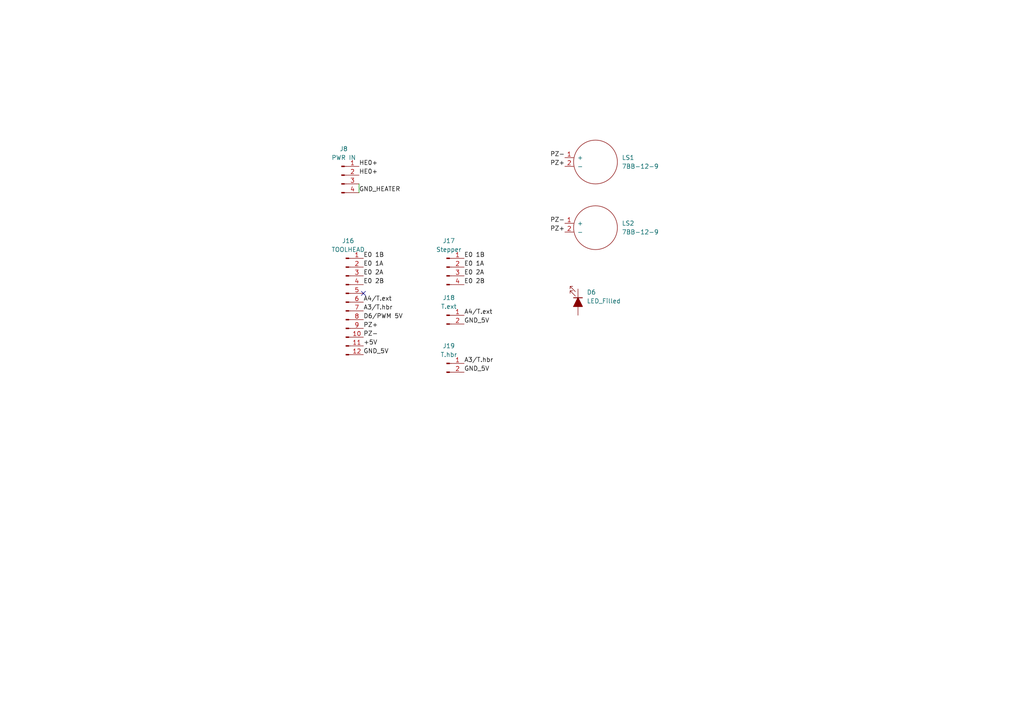
<source format=kicad_sch>
(kicad_sch (version 20211123) (generator eeschema)
  (paper "A4")
  (lib_symbols
    (symbol "Connector:Conn_01x02_Male" (pin_names (offset 1.016) hide)
      (property "Reference" "J" (at 0 2.54 0))
      (property "Value" "Conn_01x02_Male" (at 0 -5.08 0))
      (symbol "Conn_01x02_Male_1_1"
        (polyline (pts (xy 1.27 -2.54) (xy 0.8636 -2.54)) (stroke (width 0.1524)))
        (polyline (pts (xy 1.27 0) (xy 0.8636 0)) (stroke (width 0.1524)))
        (rectangle (start 0.8636 -2.413) (end 0 -2.667) (stroke (width 0.1524)) (fill (type outline)))
        (rectangle (start 0.8636 0.127) (end 0 -0.127) (stroke (width 0.1524)) (fill (type outline)))
        (pin passive line (at 5.08 0 180) (length 3.81) (name "Pin_1") (number "1"))
        (pin passive line (at 5.08 -2.54 180) (length 3.81) (name "Pin_2") (number "2"))
      )
    )
    (symbol "Connector:Conn_01x04_Male" (pin_names (offset 1.016) hide)
      (property "Reference" "J" (at 0 5.08 0))
      (property "Value" "Conn_01x04_Male" (at 0 -7.62 0))
      (symbol "Conn_01x04_Male_1_1"
        (polyline (pts (xy 1.27 -5.08) (xy 0.8636 -5.08)) (stroke (width 0.1524)))
        (polyline (pts (xy 1.27 -2.54) (xy 0.8636 -2.54)) (stroke (width 0.1524)))
        (polyline (pts (xy 1.27 0) (xy 0.8636 0)) (stroke (width 0.1524)))
        (polyline (pts (xy 1.27 2.54) (xy 0.8636 2.54)) (stroke (width 0.1524)))
        (rectangle (start 0.8636 -4.953) (end 0 -5.207) (stroke (width 0.1524)) (fill (type outline)))
        (rectangle (start 0.8636 -2.413) (end 0 -2.667) (stroke (width 0.1524)) (fill (type outline)))
        (rectangle (start 0.8636 0.127) (end 0 -0.127) (stroke (width 0.1524)) (fill (type outline)))
        (rectangle (start 0.8636 2.667) (end 0 2.413) (stroke (width 0.1524)) (fill (type outline)))
        (pin passive line (at 5.08 2.54 180) (length 3.81) (name "Pin_1") (number "1"))
        (pin passive line (at 5.08 0 180) (length 3.81) (name "Pin_2") (number "2"))
        (pin passive line (at 5.08 -2.54 180) (length 3.81) (name "Pin_3") (number "3"))
        (pin passive line (at 5.08 -5.08 180) (length 3.81) (name "Pin_4") (number "4"))
      )
    )
    (symbol "Connector:Conn_01x12_Male" (pin_names (offset 1.016) hide)
      (property "Reference" "J" (at 0 15.24 0))
      (property "Value" "Conn_01x12_Male" (at 0 -17.78 0))
      (symbol "Conn_01x12_Male_1_1"
        (polyline (pts (xy 1.27 -15.24) (xy 0.8636 -15.24)) (stroke (width 0.1524)))
        (polyline (pts (xy 1.27 -12.7) (xy 0.8636 -12.7)) (stroke (width 0.1524)))
        (polyline (pts (xy 1.27 -10.16) (xy 0.8636 -10.16)) (stroke (width 0.1524)))
        (polyline (pts (xy 1.27 -7.62) (xy 0.8636 -7.62)) (stroke (width 0.1524)))
        (polyline (pts (xy 1.27 -5.08) (xy 0.8636 -5.08)) (stroke (width 0.1524)))
        (polyline (pts (xy 1.27 -2.54) (xy 0.8636 -2.54)) (stroke (width 0.1524)))
        (polyline (pts (xy 1.27 0) (xy 0.8636 0)) (stroke (width 0.1524)))
        (polyline (pts (xy 1.27 2.54) (xy 0.8636 2.54)) (stroke (width 0.1524)))
        (polyline (pts (xy 1.27 5.08) (xy 0.8636 5.08)) (stroke (width 0.1524)))
        (polyline (pts (xy 1.27 7.62) (xy 0.8636 7.62)) (stroke (width 0.1524)))
        (polyline (pts (xy 1.27 10.16) (xy 0.8636 10.16)) (stroke (width 0.1524)))
        (polyline (pts (xy 1.27 12.7) (xy 0.8636 12.7)) (stroke (width 0.1524)))
        (rectangle (start 0.8636 -15.113) (end 0 -15.367) (stroke (width 0.1524)) (fill (type outline)))
        (rectangle (start 0.8636 -12.573) (end 0 -12.827) (stroke (width 0.1524)) (fill (type outline)))
        (rectangle (start 0.8636 -10.033) (end 0 -10.287) (stroke (width 0.1524)) (fill (type outline)))
        (rectangle (start 0.8636 -7.493) (end 0 -7.747) (stroke (width 0.1524)) (fill (type outline)))
        (rectangle (start 0.8636 -4.953) (end 0 -5.207) (stroke (width 0.1524)) (fill (type outline)))
        (rectangle (start 0.8636 -2.413) (end 0 -2.667) (stroke (width 0.1524)) (fill (type outline)))
        (rectangle (start 0.8636 0.127) (end 0 -0.127) (stroke (width 0.1524)) (fill (type outline)))
        (rectangle (start 0.8636 2.667) (end 0 2.413) (stroke (width 0.1524)) (fill (type outline)))
        (rectangle (start 0.8636 5.207) (end 0 4.953) (stroke (width 0.1524)) (fill (type outline)))
        (rectangle (start 0.8636 7.747) (end 0 7.493) (stroke (width 0.1524)) (fill (type outline)))
        (rectangle (start 0.8636 10.287) (end 0 10.033) (stroke (width 0.1524)) (fill (type outline)))
        (rectangle (start 0.8636 12.827) (end 0 12.573) (stroke (width 0.1524)) (fill (type outline)))
        (pin passive line (at 5.08 12.7 180) (length 3.81) (name "Pin_1") (number "1"))
        (pin passive line (at 5.08 -10.16 180) (length 3.81) (name "Pin_10") (number "10"))
        (pin passive line (at 5.08 -12.7 180) (length 3.81) (name "Pin_11") (number "11"))
        (pin passive line (at 5.08 -15.24 180) (length 3.81) (name "Pin_12") (number "12"))
        (pin passive line (at 5.08 10.16 180) (length 3.81) (name "Pin_2") (number "2"))
        (pin passive line (at 5.08 7.62 180) (length 3.81) (name "Pin_3") (number "3"))
        (pin passive line (at 5.08 5.08 180) (length 3.81) (name "Pin_4") (number "4"))
        (pin passive line (at 5.08 2.54 180) (length 3.81) (name "Pin_5") (number "5"))
        (pin passive line (at 5.08 0 180) (length 3.81) (name "Pin_6") (number "6"))
        (pin passive line (at 5.08 -2.54 180) (length 3.81) (name "Pin_7") (number "7"))
        (pin passive line (at 5.08 -5.08 180) (length 3.81) (name "Pin_8") (number "8"))
        (pin passive line (at 5.08 -7.62 180) (length 3.81) (name "Pin_9") (number "9"))
      )
    )
    (symbol "Device:LED_Filled" (pin_numbers hide) (pin_names (offset 1.016) hide)
      (property "Reference" "D" (at 0 2.54 0))
      (property "Value" "LED_Filled" (at 0 -2.54 0))
      (symbol "LED_Filled_0_1"
        (polyline (pts (xy -1.27 -1.27) (xy -1.27 1.27)) (stroke (width 0.254)))
        (polyline (pts (xy -1.27 0) (xy 1.27 0)))
        (polyline (pts (xy 1.27 -1.27) (xy 1.27 1.27) (xy -1.27 0) (xy 1.27 -1.27)) (stroke (width 0.254)) (fill (type outline)))
        (polyline (pts (xy -3.048 -0.762) (xy -4.572 -2.286) (xy -3.81 -2.286) (xy -4.572 -2.286) (xy -4.572 -1.524)))
        (polyline (pts (xy -1.778 -0.762) (xy -3.302 -2.286) (xy -2.54 -2.286) (xy -3.302 -2.286) (xy -3.302 -1.524)))
      )
      (symbol "LED_Filled_1_1"
        (pin passive line (at -3.81 0 0) (length 2.54) (name "K") (number "1"))
        (pin passive line (at 3.81 0 180) (length 2.54) (name "A") (number "2"))
      )
    )
    (symbol "Speak_Murata_7BB-12-9:7BB-12-9" (pin_names (offset 1.016))
      (property "Reference" "LS" (at 0 15.24 0))
      (property "Value" "7BB-12-9" (at 0 17.78 0))
      (symbol "7BB-12-9_0_0"
        (pin passive line (at -8.89 1.27 0) (length 2.54) (name "+") (number "1"))
        (pin passive line (at -8.89 -1.27 0) (length 2.54) (name "-") (number "2"))
      )
      (symbol "7BB-12-9_1_1"
        (circle (center 0 0) (radius 6.35))
      )
    )
  )
  (no_connect (at 105.41 85.09))
  (wire (pts (xy 104.14 53.34) (xy 104.14 55.88)))
  (label "E0 1A" (at 134.62 77.47 0))
  (label "HE0+" (at 104.14 48.26 0))
  (label "HE0+" (at 104.14 50.8 0))
  (label "E0 1B" (at 105.41 74.93 0))
  (label "A3{slash}T.hbr" (at 134.62 105.41 0))
  (label "GND_5V" (at 134.62 93.98 0))
  (label "E0 1B" (at 134.62 74.93 0))
  (label "E0 2A" (at 134.62 80.01 0))
  (label "PZ-" (at 163.83 64.77 180))
  (label "GND_HEATER" (at 104.14 55.88 0))
  (label "E0 2B" (at 105.41 82.55 0))
  (label "E0 2A" (at 105.41 80.01 0))
  (label "D6{slash}PWM 5V" (at 105.41 92.71 0))
  (label "A4{slash}T.ext" (at 134.62 91.44 0))
  (label "+5V" (at 105.41 100.33 0))
  (label "PZ+" (at 163.83 67.31 180))
  (label "PZ-" (at 105.41 97.79 0))
  (label "E0 2B" (at 134.62 82.55 0))
  (label "E0 1A" (at 105.41 77.47 0))
  (label "PZ-" (at 163.83 45.72 180))
  (label "GND_5V" (at 134.62 107.95 0))
  (label "PZ+" (at 105.41 95.25 0))
  (label "GND_5V" (at 105.41 102.87 0))
  (label "A3{slash}T.hbr" (at 105.41 90.17 0))
  (label "PZ+" (at 163.83 48.26 180))
  (label "A4{slash}T.ext" (at 105.41 87.63 0))
  (symbol (lib_id "Connector:Conn_01x02_Male") (at 129.54 91.44 0) (unit 1)
    (property "Reference" "J18" (at 130.175 86.36 0))
    (property "Value" "T.ext" (at 130.175 88.9 0))
  )
  (symbol (lib_id "Connector:Conn_01x02_Male") (at 129.54 105.41 0) (unit 1)
    (property "Reference" "J19" (at 130.175 100.33 0))
    (property "Value" "T.hbr" (at 130.175 102.87 0))
  )
  (symbol (lib_id "Connector:Conn_01x04_Male") (at 129.54 77.47 0) (unit 1)
    (property "Reference" "J17" (at 130.175 69.85 0))
    (property "Value" "Stepper" (at 130.175 72.39 0))
  )
  (symbol (lib_id "Speak_Murata_7BB-12-9:7BB-12-9") (at 172.72 46.99 0) (unit 1)
    (property "Reference" "LS1" (at 180.34 45.7199 0) (effects (justify left)))
    (property "Value" "7BB-12-9" (at 180.34 48.2599 0) (effects (justify left)))
    (property "Footprint" "Speak_Murata_7BB:Murata-7BB-12-9-MFG" (effects hide))
    (property "Datasheet" "https://www.murata.com/ja-jp/products/productdetail.aspx?partno=7BB-12-9" (effects hide))
    (property "automotive" "No" (effects hide))
    (property "capacitance" "8nF" (effects hide))
    (property "category" "Speak" (effects hide))
    (property "device class L1" "Electromechanical" (effects hide))
    (property "device class L2" "Audio Products" (effects hide))
    (property "device class L3" "Buzzers" (effects hide))
    (property "digikey description" "BUZZER ELEMENT STD 9KHZ 12MM" (effects hide))
    (property "digikey part number" "490-7709-ND" (effects hide))
    (property "frequency" "9kHz" (effects hide))
    (property "height" "0.32mm" (effects hide))
    (property "lead free" "Yes" (effects hide))
    (property "library id" "97392cbf6137d962" (effects hide))
    (property "manufacturer" "Murata" (effects hide))
    (property "mouser description" "Audio Indicators & Alerts ACOUSTIC ELEMENT" (effects hide))
    (property "mouser part number" "81-7BB-12-9" (effects hide))
    (property "package" "BUZZER" (effects hide))
    (property "resistance" "1000Ω" (effects hide))
    (property "rohs" "Yes" (effects hide))
    (property "temperature range high" "+70°C" (effects hide))
    (property "temperature range low" "-20°C" (effects hide))
  )
  (symbol (lib_id "Speak_Murata_7BB-12-9:7BB-12-9") (at 172.72 66.04 0) (unit 1)
    (property "Reference" "LS2" (at 180.34 64.7699 0) (effects (justify left)))
    (property "Value" "7BB-12-9" (at 180.34 67.3099 0) (effects (justify left)))
    (property "Footprint" "Speak_Murata_7BB:Murata-7BB-12-9-MFG" (effects hide))
    (property "Datasheet" "https://www.murata.com/ja-jp/products/productdetail.aspx?partno=7BB-12-9" (effects hide))
    (property "automotive" "No" (effects hide))
    (property "capacitance" "8nF" (effects hide))
    (property "category" "Speak" (effects hide))
    (property "device class L1" "Electromechanical" (effects hide))
    (property "device class L2" "Audio Products" (effects hide))
    (property "device class L3" "Buzzers" (effects hide))
    (property "digikey description" "BUZZER ELEMENT STD 9KHZ 12MM" (effects hide))
    (property "digikey part number" "490-7709-ND" (effects hide))
    (property "frequency" "9kHz" (effects hide))
    (property "height" "0.32mm" (effects hide))
    (property "lead free" "Yes" (effects hide))
    (property "library id" "97392cbf6137d962" (effects hide))
    (property "manufacturer" "Murata" (effects hide))
    (property "mouser description" "Audio Indicators & Alerts ACOUSTIC ELEMENT" (effects hide))
    (property "mouser part number" "81-7BB-12-9" (effects hide))
    (property "package" "BUZZER" (effects hide))
    (property "resistance" "1000Ω" (effects hide))
    (property "rohs" "Yes" (effects hide))
    (property "temperature range high" "+70°C" (effects hide))
    (property "temperature range low" "-20°C" (effects hide))
  )
  (symbol (lib_id "Connector:Conn_01x12_Male") (at 100.33 87.63 0) (unit 1)
    (property "Reference" "J16" (at 100.965 69.85 0))
    (property "Value" "TOOLHEAD" (at 100.965 72.39 0))
    (property "Footprint" "Connector_JST:JST_XH_B12B-XH-A_1x12_P2.50mm_Vertical" (effects hide))
  )
  (symbol (lib_id "Device:LED_Filled") (at 167.64 87.63 270) (unit 1)
    (property "Reference" "D6" (at 170.18 84.7724 90) (effects (justify left)))
    (property "Value" "LED_Filled" (at 170.18 87.3124 90) (effects (justify left)))
    (property "Footprint" "LED_SMD:LED_PLCC_2835" (effects hide))
  )
  (symbol (lib_id "Connector:Conn_01x04_Male") (at 99.06 50.8 0) (unit 1)
    (property "Reference" "J8" (at 99.695 43.18 0))
    (property "Value" "PWR IN" (at 99.695 45.72 0))
    (property "Footprint" "Connector_JST:JST_XH_B4B-XH-A_1x04_P2.50mm_Vertical" (effects hide))
  )
)
</source>
